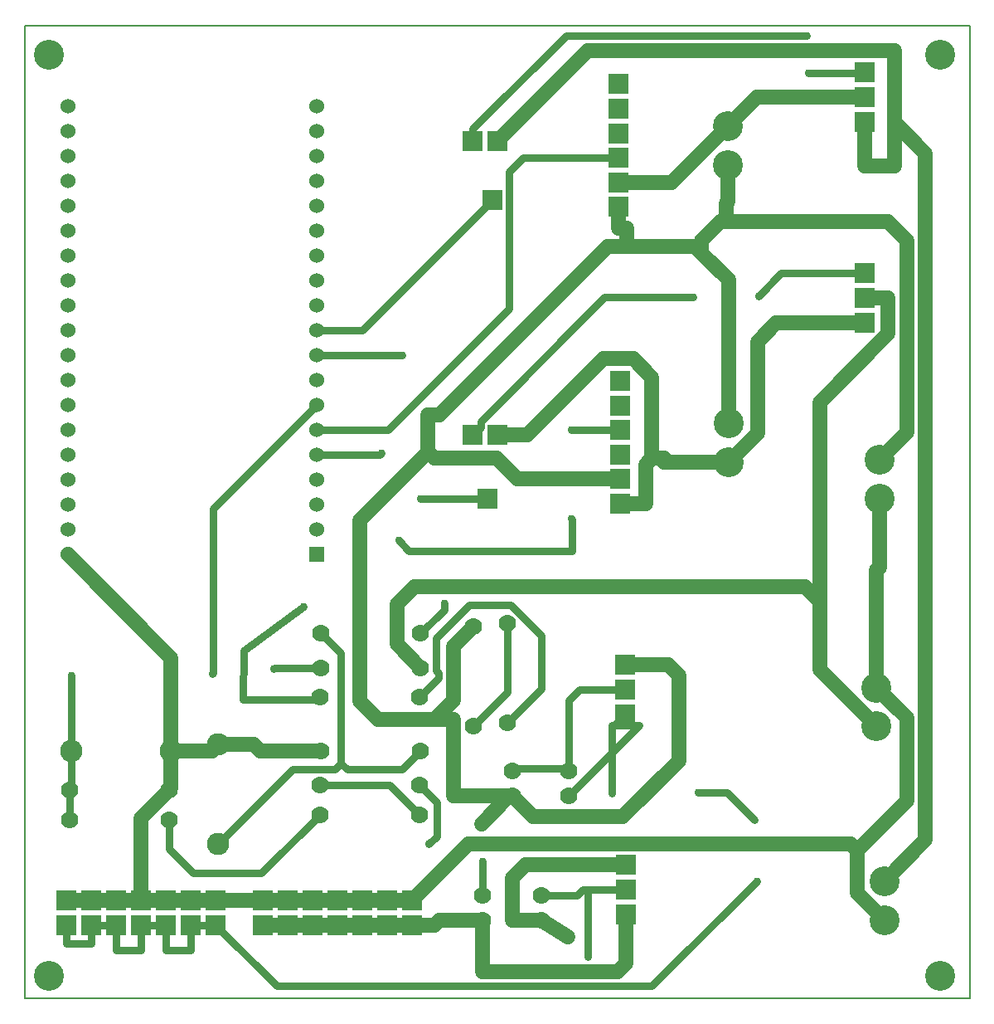
<source format=gbr>
G04 PROTEUS GERBER X2 FILE*
%TF.GenerationSoftware,Labcenter,Proteus,8.9-SP0-Build27865*%
%TF.CreationDate,2023-09-22T01:56:32+00:00*%
%TF.FileFunction,Copper,L2,Bot*%
%TF.FilePolarity,Positive*%
%TF.Part,Single*%
%TF.SameCoordinates,{f1bbcda0-0957-4744-b51b-1f7c2430d0f4}*%
%FSLAX45Y45*%
%MOMM*%
G01*
%TA.AperFunction,Conductor*%
%ADD11C,1.524000*%
%ADD10C,0.762000*%
%TA.AperFunction,ViaPad*%
%ADD12C,0.762000*%
%TA.AperFunction,ComponentPad*%
%ADD13R,2.032000X2.032000*%
%TA.AperFunction,ComponentPad*%
%ADD14C,1.778000*%
%ADD15C,2.286000*%
%ADD16C,3.048000*%
%TA.AperFunction,ComponentPad*%
%ADD17R,1.530000X1.530000*%
%ADD18C,1.530000*%
%TA.AperFunction,OtherPad,Unknown*%
%ADD19C,3.048000*%
%TA.AperFunction,Profile*%
%ADD70C,0.203200*%
%TD.AperFunction*%
D11*
X-1568652Y+1314652D02*
X-1568652Y+2040282D01*
X-4703022Y+2040282D01*
X-5621652Y+1121652D01*
X-1568652Y+1314652D02*
X-1568652Y+870152D01*
X-1871652Y+870152D01*
X-1871652Y+1317652D01*
X-1568652Y+1314652D02*
X-1251152Y+997152D01*
X-1251152Y-6011608D01*
X-1671652Y-6432108D01*
D10*
X-7437652Y-5451348D02*
X-6721652Y-5451348D01*
X-6421652Y-5751348D01*
X-5521652Y-3801348D02*
X-5521652Y-4501348D01*
X-5871652Y-4851348D01*
X-9513652Y-6878348D02*
X-9767652Y-6878348D01*
X-9767652Y-6878349D02*
X-9767652Y-7067348D01*
X-10021652Y-7067348D01*
X-10021652Y-6878348D01*
X-9767652Y-6878349D02*
X-9767652Y-6878348D01*
X-9513652Y-6878349D02*
X-9513652Y-6878348D01*
X-9259652Y-6878348D02*
X-9259652Y-7130848D01*
X-9513652Y-7130848D01*
X-9513652Y-6878349D01*
X-9005652Y-6878348D02*
X-9005652Y-7130848D01*
X-8751652Y-7130848D01*
X-8751652Y-6878348D01*
D11*
X-3283152Y+298652D02*
X-1632152Y+298652D01*
X-1441652Y+108152D01*
X-1441652Y-1852108D01*
X-1721652Y-2132108D01*
X-6331152Y-2050848D02*
X-6267652Y-2114348D01*
X-5632652Y-2114348D01*
X-5418652Y-2328348D01*
X-4371652Y-2328348D01*
X-6331152Y-2050848D02*
X-7029652Y-2749348D01*
X-7029652Y-4590848D01*
X-6839152Y-4781348D01*
X-6267652Y-4781348D01*
X-3537152Y-18848D02*
X-3261652Y-294348D01*
X-3261652Y-1758348D01*
X-4299152Y+44652D02*
X-3600652Y+44652D01*
X-3537152Y-18848D01*
X-4299152Y+44652D02*
X-4299152Y+235152D01*
X-4381652Y+235152D01*
X-4381652Y+451652D01*
X-3283152Y+298652D02*
X-3283152Y+489152D01*
X-3271652Y+500652D01*
X-3271652Y+871652D01*
X-3283152Y+298652D02*
X-3346652Y+298652D01*
X-3537152Y+108152D01*
X-3537152Y-18848D01*
D10*
X-7220152Y-5225848D02*
X-7283652Y-5289348D01*
X-7709652Y-5289348D01*
X-8471652Y-6051348D01*
X-7220152Y-5225848D02*
X-7220152Y-4102848D01*
X-7421652Y-3901348D01*
X-7220152Y-5225848D02*
X-7156652Y-5289348D01*
X-6593652Y-5289348D01*
X-6405652Y-5101348D01*
X-7471652Y-1828347D02*
X-7471652Y-1828348D01*
X-6743651Y-1828347D01*
X-5505652Y-590348D01*
X-5505652Y+806652D01*
X-5360652Y+951652D01*
X-4381652Y+951652D01*
D11*
X-6497652Y-6628348D02*
X-5920652Y-6051348D01*
X-2013152Y-6051348D01*
X-1949652Y-6114848D01*
X-8955652Y-5101348D02*
X-8955652Y-4154347D01*
X-10011652Y-3098348D01*
X-10011651Y-3098348D01*
X-1748532Y-4455228D02*
X-1441652Y-4762108D01*
X-1441652Y-5606848D01*
X-1949652Y-6114848D01*
X-9259652Y-6624348D02*
X-9259652Y-5789348D01*
X-8971652Y-5501348D01*
X-1949652Y-6114848D02*
X-1949652Y-6550348D01*
X-1671652Y-6828348D01*
X-8471652Y-5035348D02*
X-8109152Y-5035348D01*
X-8043152Y-5101348D01*
X-7421652Y-5101348D01*
X-1748532Y-4455228D02*
X-1748532Y-3257348D01*
X-1721652Y-3230468D01*
X-1721652Y-2528348D01*
X-8955652Y-5101348D02*
X-8537652Y-5101348D01*
X-8471652Y-5035348D01*
X-8971652Y-5501348D02*
X-8955652Y-5485348D01*
X-8955652Y-5101348D01*
X-8497652Y-6624348D02*
X-8025652Y-6624348D01*
X-8021652Y-6628348D01*
X-7005652Y-6628348D02*
X-7259652Y-6628348D01*
X-6497652Y-6628348D02*
X-6751652Y-6628348D01*
X-7005652Y-6628348D01*
X-9005652Y-6624348D02*
X-9259652Y-6624348D01*
X-9513652Y-6624348D01*
X-7513652Y-6628348D02*
X-7767652Y-6628348D01*
X-8021652Y-6628348D01*
X-9767652Y-6624348D02*
X-10021652Y-6624348D01*
X-7259652Y-6628348D02*
X-7513652Y-6628348D01*
X-8497652Y-6624348D02*
X-8751652Y-6624348D01*
X-9513652Y-6624348D02*
X-9767652Y-6624348D01*
X-8751652Y-6624348D02*
X-9005652Y-6624348D01*
X-3271652Y+1271652D02*
X-3841652Y+701652D01*
X-4381652Y+701652D01*
X-3271652Y+1271652D02*
X-2971652Y+1571652D01*
X-1871652Y+1571652D01*
D10*
X-7471652Y-812357D02*
X-7005661Y-812357D01*
X-5671652Y+521652D01*
D11*
X-3261652Y-2158348D02*
X-2965652Y-1862348D01*
X-2965652Y-926848D01*
X-2775152Y-736348D01*
X-1871652Y-736348D01*
X-4108652Y-2368348D02*
X-4108652Y-2177848D01*
X-4045152Y-2114348D01*
X-3261652Y-2158348D02*
X-3918152Y-2158348D01*
X-3918152Y-2114348D01*
X-4045152Y-2114348D01*
X-4045152Y-1288848D01*
X-4235652Y-1098348D01*
X-4535152Y-1098348D01*
X-5315152Y-1878348D01*
X-5621652Y-1878348D01*
X-4108652Y-2368348D02*
X-4108652Y-2578348D01*
X-4371652Y-2578348D01*
X-2330652Y-3574848D02*
X-2330652Y-1542848D01*
X-1632152Y-844348D01*
X-1632152Y-482348D01*
X-1871652Y-482348D01*
X-2330652Y-3574848D02*
X-2330652Y-4269348D01*
X-1748532Y-4851468D01*
D10*
X-7471652Y-1066348D02*
X-7471652Y-1066347D01*
X-9987652Y-5501348D02*
X-9971652Y-5485348D01*
X-9971652Y-5101348D01*
X-7471652Y-1574348D02*
X-7471652Y-1574347D01*
X-9987652Y-5501348D02*
X-9987652Y-5801348D01*
D11*
X-6497652Y-6882348D02*
X-6267652Y-6882348D01*
X-6213652Y-6828348D01*
X-5771652Y-6828348D01*
X-7259652Y-6882348D02*
X-7005652Y-6882348D01*
X-6751652Y-6882348D02*
X-6497652Y-6882348D01*
X-7005652Y-6882348D02*
X-6751652Y-6882348D01*
X-7767652Y-6882348D02*
X-8021652Y-6882348D01*
X-7513652Y-6882348D02*
X-7259652Y-6882348D01*
X-7767652Y-6882348D02*
X-7513652Y-6882348D01*
D10*
X-7471652Y-1574348D02*
X-8524502Y-2627198D01*
X-8524502Y-4305748D01*
X-8533142Y-4314388D01*
X-9971652Y-4328348D02*
X-9971652Y-5101348D01*
D11*
X-6331152Y-2050848D02*
X-6331152Y-1669848D01*
X-6213152Y-1669848D01*
X-4498652Y+44652D01*
X-4299152Y+44652D01*
D10*
X-5875652Y-1878348D02*
X-5795410Y-1798106D01*
X-5795410Y-1739582D01*
X-4526026Y-470198D01*
X-3620535Y-470198D01*
X-2955159Y-458626D02*
X-2724881Y-228348D01*
X-1871652Y-228348D01*
X-7471652Y-2082348D02*
X-6826335Y-2082348D01*
X-6805578Y-2061591D01*
X-6631606Y-2954649D02*
X-6527223Y-3059032D01*
X-4857086Y-3059032D01*
X-4857086Y-2742914D01*
X-4871652Y-2728348D01*
X-4871652Y-1828348D02*
X-4371652Y-1828348D01*
X-5725652Y-2528348D02*
X-6406651Y-2528348D01*
X-6408578Y-2526421D01*
X-6595000Y-1064174D02*
X-7469478Y-1064174D01*
X-7471652Y-1066348D01*
X-9259652Y-6878348D02*
X-9005652Y-6878348D01*
X-8751652Y-6878348D02*
X-8497652Y-6878348D01*
D11*
X-4311652Y-6264348D02*
X-5337652Y-6264348D01*
X-5471652Y-6398348D01*
X-5471652Y-6828348D01*
X-5171652Y-6828348D01*
D10*
X-5171652Y-6574348D02*
X-4807152Y-6574348D01*
X-8971652Y-5801348D02*
X-8971652Y-6102977D01*
X-8729615Y-6345014D01*
X-8031318Y-6345014D01*
X-7437652Y-5751348D01*
D11*
X-2330652Y-3574848D02*
X-2477152Y-3428348D01*
X-6471652Y-3428348D01*
X-6648652Y-3605348D01*
X-6648652Y-4008348D01*
X-6405652Y-4251348D01*
D10*
X-6405652Y-3901348D02*
X-6166098Y-3661794D01*
X-6166098Y-3597270D01*
X-7602687Y-3628628D02*
X-8213157Y-4079075D01*
X-8224752Y-4575247D01*
X-7461551Y-4575247D01*
X-7437652Y-4551348D01*
X-7421652Y-4251348D02*
X-7897645Y-4251348D01*
X-7911929Y-4265632D01*
X-4894652Y-5559348D02*
X-4450374Y-5115070D01*
X-4173374Y-4838070D01*
X-4427374Y-4838070D01*
X-4450374Y-4838070D01*
X-4450374Y-4861070D01*
X-4427374Y-4838070D01*
X-4317652Y-4728348D01*
X-4450374Y-5115070D02*
X-4450374Y-4861070D01*
D11*
X-5471652Y-5559348D02*
X-5256652Y-5774348D01*
X-4340652Y-5774348D01*
X-3771652Y-5205348D01*
X-3771652Y-4328348D01*
X-3879652Y-4220348D01*
X-4317652Y-4220348D01*
D10*
X-4894652Y-5305348D02*
X-4894652Y-5282348D01*
X-5471652Y-5282348D01*
X-5471652Y-5305348D01*
X-4894652Y-5282348D02*
X-4894652Y-4583218D01*
X-4782613Y-4471179D01*
X-4320821Y-4471179D01*
X-4317652Y-4474348D01*
D11*
X-6267652Y-4781348D02*
X-6071652Y-4585348D01*
X-6071652Y-4035348D01*
X-5871652Y-3835348D01*
X-5518285Y-5559348D02*
X-6071652Y-5559348D01*
X-6071652Y-4781348D01*
X-6267652Y-4781348D01*
D10*
X-6324431Y-6053039D02*
X-6242116Y-5970724D01*
X-6242116Y-5630884D01*
X-6421652Y-5451348D01*
D11*
X-5518285Y-5559348D02*
X-5471652Y-5559348D01*
D10*
X-6421652Y-4551348D02*
X-6226343Y-4356039D01*
X-6226343Y-4306558D01*
X-6249862Y-4283039D01*
X-6249862Y-3949861D01*
X-6128349Y-3828348D01*
X-5912763Y-3612762D01*
X-5626621Y-3612762D01*
X-5487238Y-3612762D01*
X-5171652Y-3928348D01*
X-5171652Y-4128348D01*
X-5171652Y-4467348D01*
X-5521652Y-4817348D01*
X-8497652Y-6878348D02*
X-7876000Y-7500000D01*
X-4043304Y-7500000D01*
X-2971652Y-6428348D01*
X-3000055Y-5805108D02*
X-3276815Y-5528348D01*
X-3571652Y-5528348D01*
X-4450374Y-5537216D02*
X-4450374Y-5115070D01*
X-4807152Y-6574348D02*
X-4751152Y-6518348D01*
X-4700000Y-6518348D01*
X-4311652Y-6518348D01*
X-4700000Y-6518348D02*
X-4700000Y-7200000D01*
X-5771652Y-6228348D02*
X-5771652Y-6574348D01*
D11*
X-5171652Y-6828348D02*
X-4900000Y-7000000D01*
X-5783506Y-5845292D02*
X-5518285Y-5580071D01*
X-5518285Y-5559348D01*
X-5771652Y-6828348D02*
X-5771652Y-7350000D01*
X-4393304Y-7350000D01*
X-4311652Y-7268348D01*
X-4311652Y-6772348D01*
D10*
X-5875652Y+1121652D02*
X-5875652Y+1243478D01*
X-5876196Y+1244022D01*
X-4920218Y+2200000D01*
X-2543304Y+2200000D01*
X-2467119Y+2198933D01*
X-2443296Y+1816787D02*
X-1880517Y+1816787D01*
X-1871652Y+1825652D01*
D12*
X-8533142Y-4314388D03*
X-9971652Y-4328348D03*
X-3620535Y-470198D03*
X-2955159Y-458626D03*
X-6805578Y-2061591D03*
X-6631606Y-2954649D03*
X-4871652Y-2728348D03*
X-4871652Y-1828348D03*
X-6408578Y-2526421D03*
X-6595000Y-1064174D03*
X-6166098Y-3597270D03*
X-7602687Y-3628628D03*
X-7911929Y-4265632D03*
X-6324431Y-6053039D03*
X-2971652Y-6428348D03*
X-3000055Y-5805108D03*
X-3571652Y-5528348D03*
X-4450374Y-5537216D03*
X-4700000Y-7200000D03*
X-5771652Y-6228348D03*
X-4900000Y-7000000D03*
X-5783506Y-5845292D03*
X-2467119Y+2198933D03*
X-2443296Y+1816787D03*
D13*
X-10021652Y-6878348D03*
X-9767652Y-6878348D03*
X-9513652Y-6878348D03*
X-9259652Y-6878348D03*
X-9005652Y-6878348D03*
X-8751652Y-6878348D03*
X-8497652Y-6878348D03*
X-8497652Y-6624348D03*
X-8751652Y-6624348D03*
X-9005652Y-6624348D03*
X-9259652Y-6624348D03*
X-9513652Y-6624348D03*
X-9767652Y-6624348D03*
X-10021652Y-6624348D03*
X-8021652Y-6882348D03*
X-7767652Y-6882348D03*
X-7513652Y-6882348D03*
X-7259652Y-6882348D03*
X-7005652Y-6882348D03*
X-6751652Y-6882348D03*
X-6497652Y-6882348D03*
X-6497652Y-6628348D03*
X-6751652Y-6628348D03*
X-7005652Y-6628348D03*
X-7259652Y-6628348D03*
X-7513652Y-6628348D03*
X-7767652Y-6628348D03*
X-8021652Y-6628348D03*
D14*
X-7421652Y-4251348D03*
X-6405652Y-4251348D03*
X-7437652Y-5451348D03*
X-6421652Y-5451348D03*
X-6421652Y-5751348D03*
X-7437652Y-5751348D03*
X-8971652Y-5801348D03*
X-9987652Y-5801348D03*
X-9987652Y-5501348D03*
X-8971652Y-5501348D03*
X-5871652Y-4851348D03*
X-5871652Y-3835348D03*
X-5521652Y-4817348D03*
X-5521652Y-3801348D03*
X-6421652Y-4551348D03*
X-7437652Y-4551348D03*
X-6405652Y-3901348D03*
X-7421652Y-3901348D03*
X-5471652Y-5305348D03*
X-5471652Y-5559348D03*
X-4894652Y-5305348D03*
X-4894652Y-5559348D03*
X-5771652Y-6574348D03*
X-5771652Y-6828348D03*
X-5171652Y-6574348D03*
X-5171652Y-6828348D03*
D15*
X-8955652Y-5101348D03*
X-9971652Y-5101348D03*
X-8471652Y-5035348D03*
X-8471652Y-6051348D03*
D13*
X-5725652Y-2528348D03*
X-5621652Y-1878348D03*
X-5875652Y-1878348D03*
D14*
X-6405652Y-5101348D03*
X-7421652Y-5101348D03*
D13*
X-5671652Y+521652D03*
X-5621652Y+1121652D03*
X-5875652Y+1121652D03*
X-4311652Y-6264348D03*
X-4311652Y-6518348D03*
X-4311652Y-6772348D03*
X-4317652Y-4220348D03*
X-4317652Y-4474348D03*
X-4317652Y-4728348D03*
X-1871652Y-228348D03*
X-1871652Y-482348D03*
X-1871652Y-736348D03*
X-1871652Y+1825652D03*
X-1871652Y+1571652D03*
X-1871652Y+1317652D03*
D16*
X-1748532Y-4455228D03*
X-1748532Y-4851468D03*
X-1671652Y-6432108D03*
X-1671652Y-6828348D03*
X-1721652Y-2132108D03*
X-1721652Y-2528348D03*
D17*
X-7471652Y-3098348D03*
D18*
X-7471652Y-2844348D03*
X-7471652Y-2590348D03*
X-7471652Y-2336348D03*
X-7471652Y-2082348D03*
X-7471652Y-1828348D03*
X-7471652Y-1574348D03*
X-7471652Y-1320348D03*
X-7471652Y-1066348D03*
X-7471652Y-812357D03*
X-7471652Y-558348D03*
X-7471652Y-304348D03*
X-7471652Y-50348D03*
X-7471652Y+203652D03*
X-7471652Y+457652D03*
X-7471652Y+711652D03*
X-7471652Y+965652D03*
X-7471652Y+1219652D03*
X-7471652Y+1473652D03*
X-10011652Y+1473652D03*
X-10011652Y+1219652D03*
X-10011652Y+965652D03*
X-10011652Y+711652D03*
X-10011652Y+457652D03*
X-10011652Y+203652D03*
X-10011652Y-50348D03*
X-10011652Y-304348D03*
X-10011652Y-558348D03*
X-10011652Y-812357D03*
X-10011652Y-1066348D03*
X-10011652Y-1320348D03*
X-10011652Y-1574348D03*
X-10011652Y-1828348D03*
X-10011652Y-2082348D03*
X-10011652Y-2336348D03*
X-10011652Y-2590348D03*
X-10011652Y-2844348D03*
X-10011652Y-3098348D03*
D16*
X-3261652Y-2158348D03*
X-3261652Y-1758348D03*
D13*
X-4371652Y-1328348D03*
X-4371652Y-1578348D03*
X-4371652Y-1828348D03*
X-4371652Y-2078348D03*
X-4371652Y-2328348D03*
X-4371652Y-2578348D03*
D16*
X-3271652Y+871652D03*
X-3271652Y+1271652D03*
D13*
X-4381652Y+1701652D03*
X-4381652Y+1451652D03*
X-4381652Y+1201652D03*
X-4381652Y+951652D03*
X-4381652Y+701652D03*
X-4381652Y+451652D03*
D19*
X-1100000Y-7400000D03*
X-10200000Y-7400000D03*
X-10200000Y+2000000D03*
X-1100000Y+2000000D03*
D70*
X-10450000Y-7628348D02*
X-800000Y-7628348D01*
X-800000Y+2300000D01*
X-10450000Y+2300000D01*
X-10450000Y-7628348D01*
M02*

</source>
